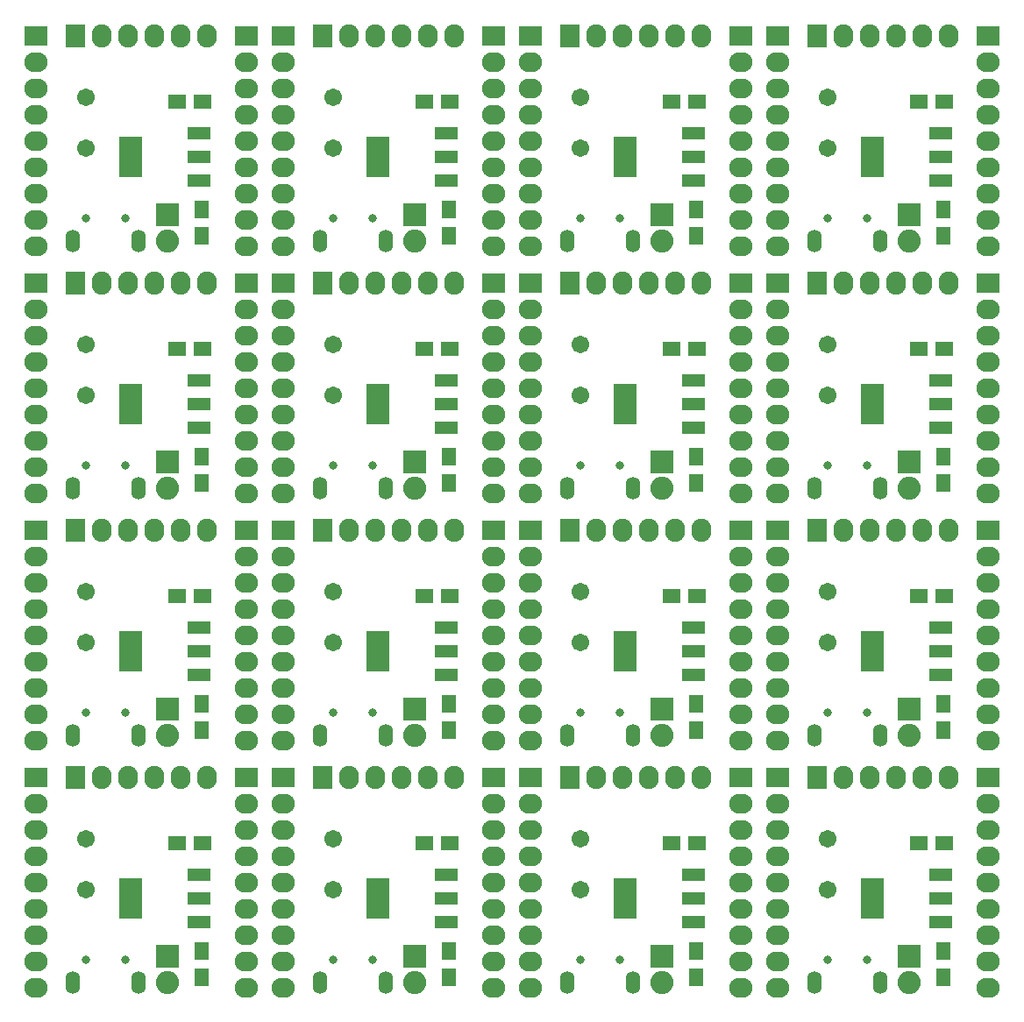
<source format=gbs>
G04 #@! TF.FileFunction,Soldermask,Bot*
%FSLAX46Y46*%
G04 Gerber Fmt 4.6, Leading zero omitted, Abs format (unit mm)*
G04 Created by KiCad (PCBNEW 4.0.1-2.201512121406+6195~38~ubuntu15.10.1-stable) date Monday, December 14, 2015 PM10:34:12 HKT*
%MOMM*%
G01*
G04 APERTURE LIST*
%ADD10C,0.100000*%
%ADD11R,2.235200X2.235200*%
%ADD12O,2.235200X2.235200*%
%ADD13R,1.703200X1.453200*%
%ADD14R,1.453200X1.703200*%
%ADD15R,2.235200X3.860800*%
%ADD16R,2.235200X1.219200*%
%ADD17C,1.704340*%
%ADD18R,2.235200X1.930400*%
%ADD19O,2.235200X1.930400*%
%ADD20R,1.930400X2.235200*%
%ADD21O,1.930400X2.235200*%
%ADD22O,1.403200X2.203200*%
%ADD23C,0.803200*%
G04 APERTURE END LIST*
D10*
D11*
X86106000Y4826000D03*
D12*
X86106000Y2286000D03*
D13*
X87015000Y15748000D03*
X89515000Y15748000D03*
D14*
X89408000Y5314000D03*
X89408000Y2814000D03*
D15*
X82550000Y10414000D03*
D16*
X89154000Y10414000D03*
X89154000Y8128000D03*
X89154000Y12700000D03*
D17*
X78232000Y11275060D03*
X78232000Y16156940D03*
D18*
X93726000Y22098000D03*
D19*
X93726000Y19558000D03*
X93726000Y17018000D03*
X93726000Y14478000D03*
X93726000Y11938000D03*
X93726000Y9398000D03*
X93726000Y6858000D03*
X93726000Y4318000D03*
X93726000Y1778000D03*
D18*
X73406000Y22098000D03*
D19*
X73406000Y19558000D03*
X73406000Y17018000D03*
X73406000Y14478000D03*
X73406000Y11938000D03*
X73406000Y9398000D03*
X73406000Y6858000D03*
X73406000Y4318000D03*
X73406000Y1778000D03*
D20*
X77216000Y22098000D03*
D21*
X79756000Y22098000D03*
X82296000Y22098000D03*
X84836000Y22098000D03*
X87376000Y22098000D03*
X89916000Y22098000D03*
D22*
X76937000Y2286000D03*
X83337000Y2286000D03*
D23*
X78237000Y4436000D03*
X82037000Y4436000D03*
D11*
X86106000Y28702000D03*
D12*
X86106000Y26162000D03*
D13*
X87015000Y39624000D03*
X89515000Y39624000D03*
D14*
X89408000Y29190000D03*
X89408000Y26690000D03*
D15*
X82550000Y34290000D03*
D16*
X89154000Y34290000D03*
X89154000Y32004000D03*
X89154000Y36576000D03*
D17*
X78232000Y35151060D03*
X78232000Y40032940D03*
D18*
X93726000Y45974000D03*
D19*
X93726000Y43434000D03*
X93726000Y40894000D03*
X93726000Y38354000D03*
X93726000Y35814000D03*
X93726000Y33274000D03*
X93726000Y30734000D03*
X93726000Y28194000D03*
X93726000Y25654000D03*
D18*
X73406000Y45974000D03*
D19*
X73406000Y43434000D03*
X73406000Y40894000D03*
X73406000Y38354000D03*
X73406000Y35814000D03*
X73406000Y33274000D03*
X73406000Y30734000D03*
X73406000Y28194000D03*
X73406000Y25654000D03*
D20*
X77216000Y45974000D03*
D21*
X79756000Y45974000D03*
X82296000Y45974000D03*
X84836000Y45974000D03*
X87376000Y45974000D03*
X89916000Y45974000D03*
D22*
X76937000Y26162000D03*
X83337000Y26162000D03*
D23*
X78237000Y28312000D03*
X82037000Y28312000D03*
D11*
X86106000Y52578000D03*
D12*
X86106000Y50038000D03*
D13*
X87015000Y63500000D03*
X89515000Y63500000D03*
D14*
X89408000Y53066000D03*
X89408000Y50566000D03*
D15*
X82550000Y58166000D03*
D16*
X89154000Y58166000D03*
X89154000Y55880000D03*
X89154000Y60452000D03*
D17*
X78232000Y59027060D03*
X78232000Y63908940D03*
D18*
X93726000Y69850000D03*
D19*
X93726000Y67310000D03*
X93726000Y64770000D03*
X93726000Y62230000D03*
X93726000Y59690000D03*
X93726000Y57150000D03*
X93726000Y54610000D03*
X93726000Y52070000D03*
X93726000Y49530000D03*
D18*
X73406000Y69850000D03*
D19*
X73406000Y67310000D03*
X73406000Y64770000D03*
X73406000Y62230000D03*
X73406000Y59690000D03*
X73406000Y57150000D03*
X73406000Y54610000D03*
X73406000Y52070000D03*
X73406000Y49530000D03*
D20*
X77216000Y69850000D03*
D21*
X79756000Y69850000D03*
X82296000Y69850000D03*
X84836000Y69850000D03*
X87376000Y69850000D03*
X89916000Y69850000D03*
D22*
X76937000Y50038000D03*
X83337000Y50038000D03*
D23*
X78237000Y52188000D03*
X82037000Y52188000D03*
D11*
X86106000Y76454000D03*
D12*
X86106000Y73914000D03*
D13*
X87015000Y87376000D03*
X89515000Y87376000D03*
D14*
X89408000Y76942000D03*
X89408000Y74442000D03*
D15*
X82550000Y82042000D03*
D16*
X89154000Y82042000D03*
X89154000Y79756000D03*
X89154000Y84328000D03*
D17*
X78232000Y82903060D03*
X78232000Y87784940D03*
D18*
X93726000Y93726000D03*
D19*
X93726000Y91186000D03*
X93726000Y88646000D03*
X93726000Y86106000D03*
X93726000Y83566000D03*
X93726000Y81026000D03*
X93726000Y78486000D03*
X93726000Y75946000D03*
X93726000Y73406000D03*
D18*
X73406000Y93726000D03*
D19*
X73406000Y91186000D03*
X73406000Y88646000D03*
X73406000Y86106000D03*
X73406000Y83566000D03*
X73406000Y81026000D03*
X73406000Y78486000D03*
X73406000Y75946000D03*
X73406000Y73406000D03*
D20*
X77216000Y93726000D03*
D21*
X79756000Y93726000D03*
X82296000Y93726000D03*
X84836000Y93726000D03*
X87376000Y93726000D03*
X89916000Y93726000D03*
D22*
X76937000Y73914000D03*
X83337000Y73914000D03*
D23*
X78237000Y76064000D03*
X82037000Y76064000D03*
D11*
X62230000Y4826000D03*
D12*
X62230000Y2286000D03*
D13*
X63139000Y15748000D03*
X65639000Y15748000D03*
D14*
X65532000Y5314000D03*
X65532000Y2814000D03*
D15*
X58674000Y10414000D03*
D16*
X65278000Y10414000D03*
X65278000Y8128000D03*
X65278000Y12700000D03*
D17*
X54356000Y11275060D03*
X54356000Y16156940D03*
D18*
X69850000Y22098000D03*
D19*
X69850000Y19558000D03*
X69850000Y17018000D03*
X69850000Y14478000D03*
X69850000Y11938000D03*
X69850000Y9398000D03*
X69850000Y6858000D03*
X69850000Y4318000D03*
X69850000Y1778000D03*
D18*
X49530000Y22098000D03*
D19*
X49530000Y19558000D03*
X49530000Y17018000D03*
X49530000Y14478000D03*
X49530000Y11938000D03*
X49530000Y9398000D03*
X49530000Y6858000D03*
X49530000Y4318000D03*
X49530000Y1778000D03*
D20*
X53340000Y22098000D03*
D21*
X55880000Y22098000D03*
X58420000Y22098000D03*
X60960000Y22098000D03*
X63500000Y22098000D03*
X66040000Y22098000D03*
D22*
X53061000Y2286000D03*
X59461000Y2286000D03*
D23*
X54361000Y4436000D03*
X58161000Y4436000D03*
D11*
X62230000Y28702000D03*
D12*
X62230000Y26162000D03*
D13*
X63139000Y39624000D03*
X65639000Y39624000D03*
D14*
X65532000Y29190000D03*
X65532000Y26690000D03*
D15*
X58674000Y34290000D03*
D16*
X65278000Y34290000D03*
X65278000Y32004000D03*
X65278000Y36576000D03*
D17*
X54356000Y35151060D03*
X54356000Y40032940D03*
D18*
X69850000Y45974000D03*
D19*
X69850000Y43434000D03*
X69850000Y40894000D03*
X69850000Y38354000D03*
X69850000Y35814000D03*
X69850000Y33274000D03*
X69850000Y30734000D03*
X69850000Y28194000D03*
X69850000Y25654000D03*
D18*
X49530000Y45974000D03*
D19*
X49530000Y43434000D03*
X49530000Y40894000D03*
X49530000Y38354000D03*
X49530000Y35814000D03*
X49530000Y33274000D03*
X49530000Y30734000D03*
X49530000Y28194000D03*
X49530000Y25654000D03*
D20*
X53340000Y45974000D03*
D21*
X55880000Y45974000D03*
X58420000Y45974000D03*
X60960000Y45974000D03*
X63500000Y45974000D03*
X66040000Y45974000D03*
D22*
X53061000Y26162000D03*
X59461000Y26162000D03*
D23*
X54361000Y28312000D03*
X58161000Y28312000D03*
D11*
X62230000Y52578000D03*
D12*
X62230000Y50038000D03*
D13*
X63139000Y63500000D03*
X65639000Y63500000D03*
D14*
X65532000Y53066000D03*
X65532000Y50566000D03*
D15*
X58674000Y58166000D03*
D16*
X65278000Y58166000D03*
X65278000Y55880000D03*
X65278000Y60452000D03*
D17*
X54356000Y59027060D03*
X54356000Y63908940D03*
D18*
X69850000Y69850000D03*
D19*
X69850000Y67310000D03*
X69850000Y64770000D03*
X69850000Y62230000D03*
X69850000Y59690000D03*
X69850000Y57150000D03*
X69850000Y54610000D03*
X69850000Y52070000D03*
X69850000Y49530000D03*
D18*
X49530000Y69850000D03*
D19*
X49530000Y67310000D03*
X49530000Y64770000D03*
X49530000Y62230000D03*
X49530000Y59690000D03*
X49530000Y57150000D03*
X49530000Y54610000D03*
X49530000Y52070000D03*
X49530000Y49530000D03*
D20*
X53340000Y69850000D03*
D21*
X55880000Y69850000D03*
X58420000Y69850000D03*
X60960000Y69850000D03*
X63500000Y69850000D03*
X66040000Y69850000D03*
D22*
X53061000Y50038000D03*
X59461000Y50038000D03*
D23*
X54361000Y52188000D03*
X58161000Y52188000D03*
D11*
X62230000Y76454000D03*
D12*
X62230000Y73914000D03*
D13*
X63139000Y87376000D03*
X65639000Y87376000D03*
D14*
X65532000Y76942000D03*
X65532000Y74442000D03*
D15*
X58674000Y82042000D03*
D16*
X65278000Y82042000D03*
X65278000Y79756000D03*
X65278000Y84328000D03*
D17*
X54356000Y82903060D03*
X54356000Y87784940D03*
D18*
X69850000Y93726000D03*
D19*
X69850000Y91186000D03*
X69850000Y88646000D03*
X69850000Y86106000D03*
X69850000Y83566000D03*
X69850000Y81026000D03*
X69850000Y78486000D03*
X69850000Y75946000D03*
X69850000Y73406000D03*
D18*
X49530000Y93726000D03*
D19*
X49530000Y91186000D03*
X49530000Y88646000D03*
X49530000Y86106000D03*
X49530000Y83566000D03*
X49530000Y81026000D03*
X49530000Y78486000D03*
X49530000Y75946000D03*
X49530000Y73406000D03*
D20*
X53340000Y93726000D03*
D21*
X55880000Y93726000D03*
X58420000Y93726000D03*
X60960000Y93726000D03*
X63500000Y93726000D03*
X66040000Y93726000D03*
D22*
X53061000Y73914000D03*
X59461000Y73914000D03*
D23*
X54361000Y76064000D03*
X58161000Y76064000D03*
D11*
X38354000Y4826000D03*
D12*
X38354000Y2286000D03*
D13*
X39263000Y15748000D03*
X41763000Y15748000D03*
D14*
X41656000Y5314000D03*
X41656000Y2814000D03*
D15*
X34798000Y10414000D03*
D16*
X41402000Y10414000D03*
X41402000Y8128000D03*
X41402000Y12700000D03*
D17*
X30480000Y11275060D03*
X30480000Y16156940D03*
D18*
X45974000Y22098000D03*
D19*
X45974000Y19558000D03*
X45974000Y17018000D03*
X45974000Y14478000D03*
X45974000Y11938000D03*
X45974000Y9398000D03*
X45974000Y6858000D03*
X45974000Y4318000D03*
X45974000Y1778000D03*
D18*
X25654000Y22098000D03*
D19*
X25654000Y19558000D03*
X25654000Y17018000D03*
X25654000Y14478000D03*
X25654000Y11938000D03*
X25654000Y9398000D03*
X25654000Y6858000D03*
X25654000Y4318000D03*
X25654000Y1778000D03*
D20*
X29464000Y22098000D03*
D21*
X32004000Y22098000D03*
X34544000Y22098000D03*
X37084000Y22098000D03*
X39624000Y22098000D03*
X42164000Y22098000D03*
D22*
X29185000Y2286000D03*
X35585000Y2286000D03*
D23*
X30485000Y4436000D03*
X34285000Y4436000D03*
D11*
X38354000Y28702000D03*
D12*
X38354000Y26162000D03*
D13*
X39263000Y39624000D03*
X41763000Y39624000D03*
D14*
X41656000Y29190000D03*
X41656000Y26690000D03*
D15*
X34798000Y34290000D03*
D16*
X41402000Y34290000D03*
X41402000Y32004000D03*
X41402000Y36576000D03*
D17*
X30480000Y35151060D03*
X30480000Y40032940D03*
D18*
X45974000Y45974000D03*
D19*
X45974000Y43434000D03*
X45974000Y40894000D03*
X45974000Y38354000D03*
X45974000Y35814000D03*
X45974000Y33274000D03*
X45974000Y30734000D03*
X45974000Y28194000D03*
X45974000Y25654000D03*
D18*
X25654000Y45974000D03*
D19*
X25654000Y43434000D03*
X25654000Y40894000D03*
X25654000Y38354000D03*
X25654000Y35814000D03*
X25654000Y33274000D03*
X25654000Y30734000D03*
X25654000Y28194000D03*
X25654000Y25654000D03*
D20*
X29464000Y45974000D03*
D21*
X32004000Y45974000D03*
X34544000Y45974000D03*
X37084000Y45974000D03*
X39624000Y45974000D03*
X42164000Y45974000D03*
D22*
X29185000Y26162000D03*
X35585000Y26162000D03*
D23*
X30485000Y28312000D03*
X34285000Y28312000D03*
D11*
X38354000Y52578000D03*
D12*
X38354000Y50038000D03*
D13*
X39263000Y63500000D03*
X41763000Y63500000D03*
D14*
X41656000Y53066000D03*
X41656000Y50566000D03*
D15*
X34798000Y58166000D03*
D16*
X41402000Y58166000D03*
X41402000Y55880000D03*
X41402000Y60452000D03*
D17*
X30480000Y59027060D03*
X30480000Y63908940D03*
D18*
X45974000Y69850000D03*
D19*
X45974000Y67310000D03*
X45974000Y64770000D03*
X45974000Y62230000D03*
X45974000Y59690000D03*
X45974000Y57150000D03*
X45974000Y54610000D03*
X45974000Y52070000D03*
X45974000Y49530000D03*
D18*
X25654000Y69850000D03*
D19*
X25654000Y67310000D03*
X25654000Y64770000D03*
X25654000Y62230000D03*
X25654000Y59690000D03*
X25654000Y57150000D03*
X25654000Y54610000D03*
X25654000Y52070000D03*
X25654000Y49530000D03*
D20*
X29464000Y69850000D03*
D21*
X32004000Y69850000D03*
X34544000Y69850000D03*
X37084000Y69850000D03*
X39624000Y69850000D03*
X42164000Y69850000D03*
D22*
X29185000Y50038000D03*
X35585000Y50038000D03*
D23*
X30485000Y52188000D03*
X34285000Y52188000D03*
D11*
X38354000Y76454000D03*
D12*
X38354000Y73914000D03*
D13*
X39263000Y87376000D03*
X41763000Y87376000D03*
D14*
X41656000Y76942000D03*
X41656000Y74442000D03*
D15*
X34798000Y82042000D03*
D16*
X41402000Y82042000D03*
X41402000Y79756000D03*
X41402000Y84328000D03*
D17*
X30480000Y82903060D03*
X30480000Y87784940D03*
D18*
X45974000Y93726000D03*
D19*
X45974000Y91186000D03*
X45974000Y88646000D03*
X45974000Y86106000D03*
X45974000Y83566000D03*
X45974000Y81026000D03*
X45974000Y78486000D03*
X45974000Y75946000D03*
X45974000Y73406000D03*
D18*
X25654000Y93726000D03*
D19*
X25654000Y91186000D03*
X25654000Y88646000D03*
X25654000Y86106000D03*
X25654000Y83566000D03*
X25654000Y81026000D03*
X25654000Y78486000D03*
X25654000Y75946000D03*
X25654000Y73406000D03*
D20*
X29464000Y93726000D03*
D21*
X32004000Y93726000D03*
X34544000Y93726000D03*
X37084000Y93726000D03*
X39624000Y93726000D03*
X42164000Y93726000D03*
D22*
X29185000Y73914000D03*
X35585000Y73914000D03*
D23*
X30485000Y76064000D03*
X34285000Y76064000D03*
D11*
X14478000Y4826000D03*
D12*
X14478000Y2286000D03*
D13*
X15387000Y15748000D03*
X17887000Y15748000D03*
D14*
X17780000Y5314000D03*
X17780000Y2814000D03*
D15*
X10922000Y10414000D03*
D16*
X17526000Y10414000D03*
X17526000Y8128000D03*
X17526000Y12700000D03*
D17*
X6604000Y11275060D03*
X6604000Y16156940D03*
D18*
X22098000Y22098000D03*
D19*
X22098000Y19558000D03*
X22098000Y17018000D03*
X22098000Y14478000D03*
X22098000Y11938000D03*
X22098000Y9398000D03*
X22098000Y6858000D03*
X22098000Y4318000D03*
X22098000Y1778000D03*
D18*
X1778000Y22098000D03*
D19*
X1778000Y19558000D03*
X1778000Y17018000D03*
X1778000Y14478000D03*
X1778000Y11938000D03*
X1778000Y9398000D03*
X1778000Y6858000D03*
X1778000Y4318000D03*
X1778000Y1778000D03*
D20*
X5588000Y22098000D03*
D21*
X8128000Y22098000D03*
X10668000Y22098000D03*
X13208000Y22098000D03*
X15748000Y22098000D03*
X18288000Y22098000D03*
D22*
X5309000Y2286000D03*
X11709000Y2286000D03*
D23*
X6609000Y4436000D03*
X10409000Y4436000D03*
D11*
X14478000Y28702000D03*
D12*
X14478000Y26162000D03*
D13*
X15387000Y39624000D03*
X17887000Y39624000D03*
D14*
X17780000Y29190000D03*
X17780000Y26690000D03*
D15*
X10922000Y34290000D03*
D16*
X17526000Y34290000D03*
X17526000Y32004000D03*
X17526000Y36576000D03*
D17*
X6604000Y35151060D03*
X6604000Y40032940D03*
D18*
X22098000Y45974000D03*
D19*
X22098000Y43434000D03*
X22098000Y40894000D03*
X22098000Y38354000D03*
X22098000Y35814000D03*
X22098000Y33274000D03*
X22098000Y30734000D03*
X22098000Y28194000D03*
X22098000Y25654000D03*
D18*
X1778000Y45974000D03*
D19*
X1778000Y43434000D03*
X1778000Y40894000D03*
X1778000Y38354000D03*
X1778000Y35814000D03*
X1778000Y33274000D03*
X1778000Y30734000D03*
X1778000Y28194000D03*
X1778000Y25654000D03*
D20*
X5588000Y45974000D03*
D21*
X8128000Y45974000D03*
X10668000Y45974000D03*
X13208000Y45974000D03*
X15748000Y45974000D03*
X18288000Y45974000D03*
D22*
X5309000Y26162000D03*
X11709000Y26162000D03*
D23*
X6609000Y28312000D03*
X10409000Y28312000D03*
D11*
X14478000Y52578000D03*
D12*
X14478000Y50038000D03*
D13*
X15387000Y63500000D03*
X17887000Y63500000D03*
D14*
X17780000Y53066000D03*
X17780000Y50566000D03*
D15*
X10922000Y58166000D03*
D16*
X17526000Y58166000D03*
X17526000Y55880000D03*
X17526000Y60452000D03*
D17*
X6604000Y59027060D03*
X6604000Y63908940D03*
D18*
X22098000Y69850000D03*
D19*
X22098000Y67310000D03*
X22098000Y64770000D03*
X22098000Y62230000D03*
X22098000Y59690000D03*
X22098000Y57150000D03*
X22098000Y54610000D03*
X22098000Y52070000D03*
X22098000Y49530000D03*
D18*
X1778000Y69850000D03*
D19*
X1778000Y67310000D03*
X1778000Y64770000D03*
X1778000Y62230000D03*
X1778000Y59690000D03*
X1778000Y57150000D03*
X1778000Y54610000D03*
X1778000Y52070000D03*
X1778000Y49530000D03*
D20*
X5588000Y69850000D03*
D21*
X8128000Y69850000D03*
X10668000Y69850000D03*
X13208000Y69850000D03*
X15748000Y69850000D03*
X18288000Y69850000D03*
D22*
X5309000Y50038000D03*
X11709000Y50038000D03*
D23*
X6609000Y52188000D03*
X10409000Y52188000D03*
D22*
X5309000Y73914000D03*
X11709000Y73914000D03*
D23*
X6609000Y76064000D03*
X10409000Y76064000D03*
D20*
X5588000Y93726000D03*
D21*
X8128000Y93726000D03*
X10668000Y93726000D03*
X13208000Y93726000D03*
X15748000Y93726000D03*
X18288000Y93726000D03*
D18*
X1778000Y93726000D03*
D19*
X1778000Y91186000D03*
X1778000Y88646000D03*
X1778000Y86106000D03*
X1778000Y83566000D03*
X1778000Y81026000D03*
X1778000Y78486000D03*
X1778000Y75946000D03*
X1778000Y73406000D03*
D18*
X22098000Y93726000D03*
D19*
X22098000Y91186000D03*
X22098000Y88646000D03*
X22098000Y86106000D03*
X22098000Y83566000D03*
X22098000Y81026000D03*
X22098000Y78486000D03*
X22098000Y75946000D03*
X22098000Y73406000D03*
D17*
X6604000Y82903060D03*
X6604000Y87784940D03*
D15*
X10922000Y82042000D03*
D16*
X17526000Y82042000D03*
X17526000Y79756000D03*
X17526000Y84328000D03*
D14*
X17780000Y76942000D03*
X17780000Y74442000D03*
D13*
X15387000Y87376000D03*
X17887000Y87376000D03*
D11*
X14478000Y76454000D03*
D12*
X14478000Y73914000D03*
M02*

</source>
